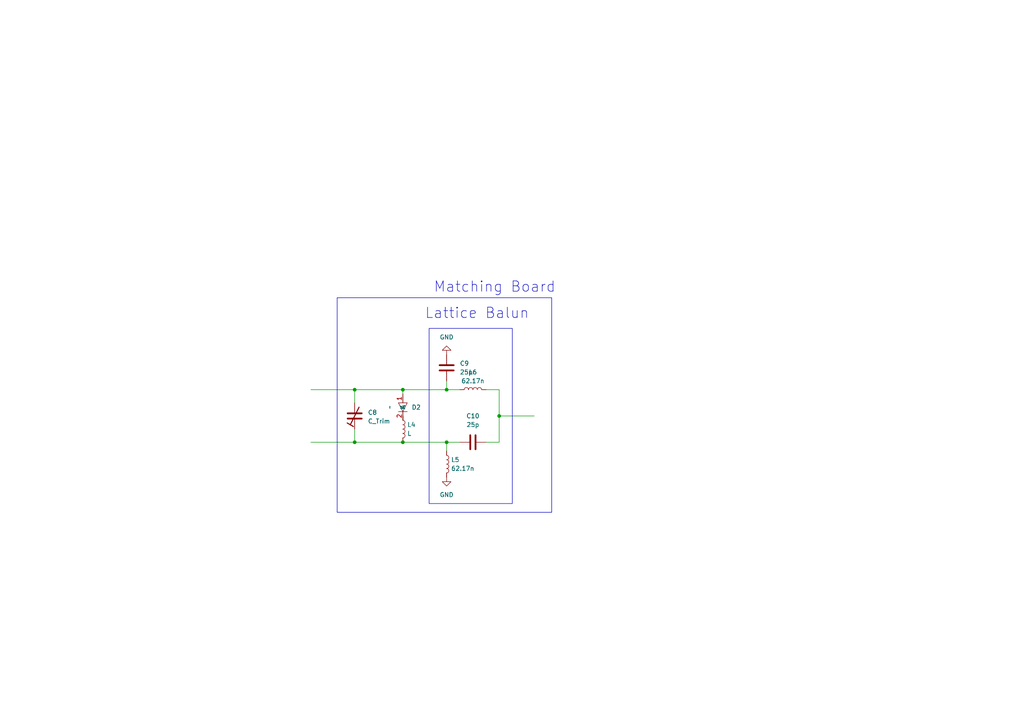
<source format=kicad_sch>
(kicad_sch (version 20230121) (generator eeschema)
  (paper "A4")
  (lib_symbols
    (symbol "AAA_MyLib:PinDiode_NonMagnetic_HighPower"
      (property "Reference" "D" (at 0 0 0))
      (symbol "PinDiode_NonMagnetic_HighPower_0_1"
        (polyline (pts (xy -1.27 -2.54) (xy -1.27 -5.08)) (stroke (width 0.1524)))
        (polyline (pts (xy 1.27 -5.08) (xy 1.27 -2.54)))
        (polyline (pts (xy 1.27 -2.54) (xy -1.27 -3.81) (xy 1.27 -5.08)))
      )
      (symbol "PinDiode_NonMagnetic_HighPower_1_1"
        (pin passive line (at 3.81 -3.81 180) (length 2.54) (name "A") (number "1"))
        (pin passive line (at -3.81 -3.81 0) (length 2.54) (name "K") (number "2"))
      )
    )
    (symbol "Device:C" (pin_numbers hide) (pin_names (offset 0.254))
      (property "Reference" "C" (at 0.635 2.54 0))
      (property "Value" "C" (at 0.635 -2.54 0))
      (symbol "C_0_1"
        (polyline (pts (xy -2.032 -0.762) (xy 2.032 -0.762)) (stroke (width 0.508)))
        (polyline (pts (xy -2.032 0.762) (xy 2.032 0.762)) (stroke (width 0.508)))
      )
      (symbol "C_1_1"
        (pin passive line (at 0 3.81 270) (length 2.794) (name "~") (number "1"))
        (pin passive line (at 0 -3.81 90) (length 2.794) (name "~") (number "2"))
      )
    )
    (symbol "Device:C_Trim" (pin_numbers hide) (pin_names (offset 0.254) hide)
      (property "Reference" "C" (at 1.524 -2.032 0))
      (property "Value" "C_Trim" (at 3.048 -3.556 0))
      (symbol "C_Trim_0_1"
        (polyline (pts (xy -2.032 -0.762) (xy 2.032 -0.762)) (stroke (width 0.508)))
        (polyline (pts (xy -2.032 0.762) (xy 2.032 0.762)) (stroke (width 0.508)))
        (polyline (pts (xy 1.27 2.54) (xy -1.27 -2.54)) (stroke (width 0.3048)))
        (polyline (pts (xy 1.27 2.54) (xy 0.381 3.048)) (stroke (width 0.3048)))
        (polyline (pts (xy 1.27 2.54) (xy 2.159 2.032)) (stroke (width 0.3048)))
      )
      (symbol "C_Trim_1_1"
        (pin passive line (at 0 3.81 270) (length 3.048) (name "~") (number "1"))
        (pin passive line (at 0 -3.81 90) (length 3.048) (name "~") (number "2"))
      )
    )
    (symbol "Device:L" (pin_numbers hide) (pin_names (offset 1.016) hide)
      (property "Reference" "L" (at -1.27 0 90))
      (property "Value" "L" (at 1.905 0 90))
      (symbol "L_0_1"
        (arc (start 0 -2.54) (mid 0.6323 -1.905) (end 0 -1.27))
        (arc (start 0 -1.27) (mid 0.6323 -0.635) (end 0 0))
        (arc (start 0 0) (mid 0.6323 0.635) (end 0 1.27))
        (arc (start 0 1.27) (mid 0.6323 1.905) (end 0 2.54))
      )
      (symbol "L_1_1"
        (pin passive line (at 0 3.81 270) (length 1.27) (name "1") (number "1"))
        (pin passive line (at 0 -3.81 90) (length 1.27) (name "2") (number "2"))
      )
    )
    (symbol "power:GND" (power) (pin_names (offset 0))
      (property "Value" "GND" (at 0 -3.81 0))
      (symbol "GND_0_1"
        (polyline (pts (xy 0 0) (xy 0 -1.27) (xy 1.27 -1.27) (xy 0 -2.54) (xy -1.27 -1.27) (xy 0 -1.27)))
      )
      (symbol "GND_1_1"
        (pin power_in line (at 0 0 270) (length 0) hide (name "GND") (number "1"))
      )
    )
  )
  (junction (at 102.87 128.27))
  (junction (at 129.54 113.03))
  (junction (at 116.84 113.03))
  (junction (at 116.84 128.27))
  (junction (at 129.54 128.27))
  (junction (at 102.87 113.03))
  (junction (at 144.78 120.65))
  (wire (pts (xy 144.78 120.65) (xy 144.78 128.27)))
  (wire (pts (xy 144.78 113.03) (xy 140.97 113.03)))
  (wire (pts (xy 102.87 128.27) (xy 102.87 124.46)))
  (wire (pts (xy 129.54 113.03) (xy 116.84 113.03)))
  (wire (pts (xy 144.78 113.03) (xy 144.78 120.65)))
  (wire (pts (xy 102.87 113.03) (xy 116.84 113.03)))
  (wire (pts (xy 129.54 130.81) (xy 129.54 128.27)))
  (wire (pts (xy 144.78 120.65) (xy 154.94 120.65)))
  (wire (pts (xy 140.97 128.27) (xy 144.78 128.27)))
  (wire (pts (xy 133.35 128.27) (xy 129.54 128.27)))
  (wire (pts (xy 90.17 128.27) (xy 102.87 128.27)))
  (wire (pts (xy 129.54 113.03) (xy 129.54 110.49)))
  (wire (pts (xy 116.84 121.92) (xy 116.84 120.65)))
  (wire (pts (xy 116.84 128.27) (xy 102.87 128.27)))
  (wire (pts (xy 116.84 114.3) (xy 116.84 113.03)))
  (wire (pts (xy 90.17 113.03) (xy 102.87 113.03)))
  (wire (pts (xy 133.35 113.03) (xy 129.54 113.03)))
  (wire (pts (xy 129.54 128.27) (xy 116.84 128.27)))
  (wire (pts (xy 102.87 116.84) (xy 102.87 113.03)))
  (rectangle (start 97.79 86.36) (end 160.02 148.59))
  (rectangle (start 124.46 95.25) (end 148.59 146.05))
  (text "Lattice Balun\n" (at 123.19 92.71 0) (effects (font (size 3 3)) (justify left bottom)))
  (text "Matching Board" (at 125.73 85.09 0) (effects (font (size 3 3)) (justify left bottom)))
  (symbol (lib_id "power:GND") (at 129.54 102.87 180) (unit 1)
    (property "Reference" "#PWR04" (effects hide))
    (property "Value" "GND" (at 129.54 97.79 0))
  )
  (symbol (lib_id "AAA_MyLib:PinDiode_NonMagnetic_HighPower") (at 113.03 118.11 90) (unit 1)
    (property "Reference" "D2" (at 119.38 118.1481 90) (effects (justify right)))
    (property "Value" "~" (at 113.03 118.11 0))
    (property "Footprint" "aaa_MyLib:PIN_diode_NonMagnetic_HighPower" (effects hide))
  )
  (symbol (lib_id "power:GND") (at 129.54 138.43 0) (unit 1)
    (property "Reference" "#PWR05" (effects hide))
    (property "Value" "GND" (at 129.54 143.51 0))
  )
  (symbol (lib_id "Device:L") (at 129.54 134.62 0) (unit 1)
    (property "Reference" "L5" (at 130.81 133.35 0) (effects (justify left)))
    (property "Value" "62.17n" (at 130.81 135.89 0) (effects (justify left)))
    (property "Footprint" "aaa_MyLib:CAP_1111_HIQ_KNO" (effects hide))
  )
  (symbol (lib_id "Device:C") (at 137.16 128.27 90) (unit 1)
    (property "Reference" "C10" (at 137.16 120.65 90))
    (property "Value" "25p" (at 137.16 123.19 90))
    (property "Footprint" "aaa_MyLib:CAP_1111_HIQ_KNO" (effects hide))
  )
  (symbol (lib_id "Device:C") (at 129.54 106.68 0) (unit 1)
    (property "Reference" "C9" (at 133.35 105.41 0) (effects (justify left)))
    (property "Value" "25p" (at 133.35 107.95 0) (effects (justify left)))
    (property "Footprint" "aaa_MyLib:CAP_1111_HIQ_KNO" (effects hide))
  )
  (symbol (lib_id "Device:C_Trim") (at 102.87 120.65 180) (unit 1)
    (property "Reference" "C8" (at 106.68 119.634 0) (effects (justify right)))
    (property "Value" "C_Trim" (at 106.68 122.174 0) (effects (justify right)))
    (property "Footprint" "aaa_MyLib:CAP_1111_HIQ_KNO" (effects hide))
  )
  (symbol (lib_id "Device:L") (at 137.16 113.03 90) (unit 1)
    (property "Reference" "L6" (at 137.16 107.95 90))
    (property "Value" "62.17n" (at 137.16 110.49 90))
    (property "Footprint" "aaa_MyLib:CAP_1111_HIQ_KNO" (effects hide))
  )
  (symbol (lib_id "Device:L") (at 116.84 124.46 0) (unit 1)
    (property "Reference" "L4" (at 118.11 123.19 0) (effects (justify left)))
    (property "Value" "L" (at 118.11 125.73 0) (effects (justify left)))
    (property "Footprint" "aaa_MyLib:CAP_1111_HIQ_KNO" (effects hide))
  )
)
</source>
